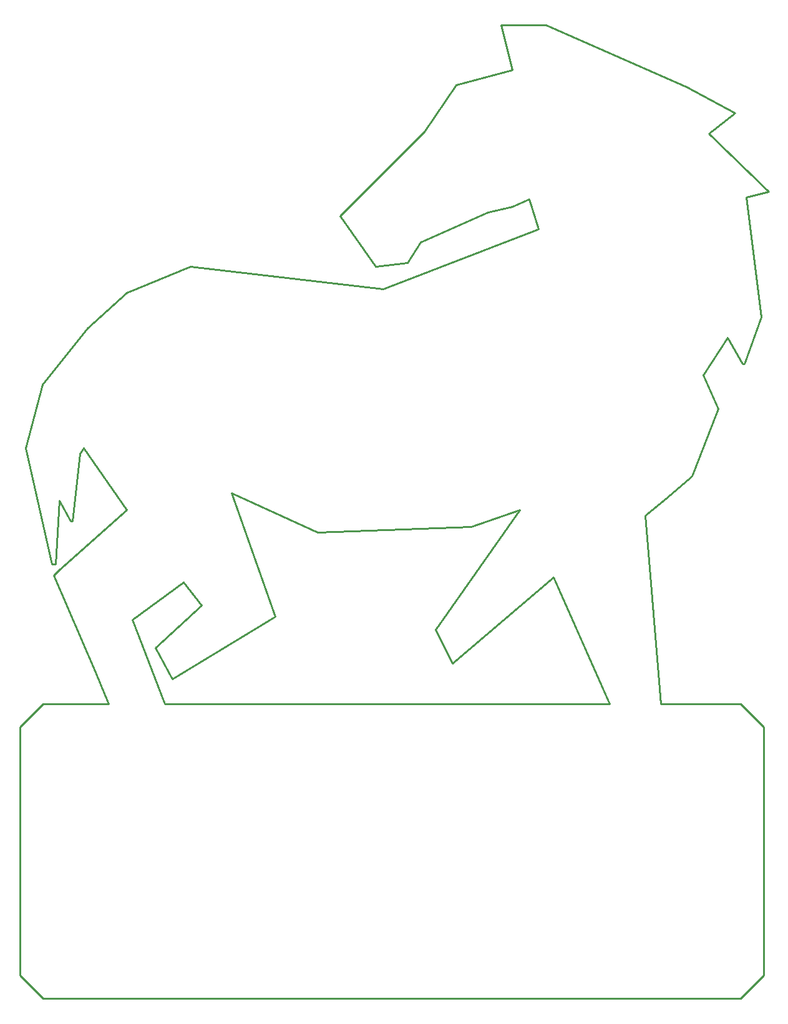
<source format=gko>
G04 Layer: BoardOutline*
G04 EasyEDA v6.4.17, 2021-02-25T15:28:36--5:00*
G04 aa3373424ab044808dd5acc0b6461e4b,072da06717534aa28f27f5ff42559d36,10*
G04 Gerber Generator version 0.2*
G04 Scale: 100 percent, Rotated: No, Reflected: No *
G04 Dimensions in inches *
G04 leading zeros omitted , absolute positions ,3 integer and 6 decimal *
%FSLAX36Y36*%
%MOIN*%

%ADD10C,0.0100*%
D10*
X3680000Y4620000D02*
G01*
X3820000Y4730000D01*
X3820000Y4730000D01*
X3560000Y4870000D01*
X3560000Y4870000D01*
X2810000Y5200000D01*
X2810000Y5200000D01*
X2590000Y5200000D01*
X2570000Y5200000D01*
X2630000Y4960000D01*
X2630000Y4960000D01*
X2330000Y4880000D01*
X2160000Y4630000D01*
X1710000Y4180000D01*
X1710000Y4180000D01*
X1710000Y4180000D01*
X1900000Y3910000D01*
X2070000Y3930000D01*
X2140000Y4040000D01*
X2500000Y4200000D01*
X2630000Y4230000D01*
X2720000Y4270000D01*
X2770000Y4110000D01*
X1940000Y3790000D01*
X1940000Y3790000D01*
X1940000Y3790000D01*
X910000Y3910000D01*
X570000Y3770000D01*
X570000Y3770000D01*
X570000Y3770000D01*
X570000Y3770000D01*
X360000Y3580000D01*
X120000Y3280000D01*
X30000Y2940000D01*
X170000Y2320000D01*
X190000Y2320000D01*
X210000Y2660000D01*
X270000Y2550000D01*
X280000Y2550000D01*
X320000Y2910000D01*
X320000Y2910000D01*
X340000Y2940000D01*
X340000Y2940000D01*
X570000Y2610000D01*
X210000Y2290000D01*
X180000Y2260000D01*
X400000Y1750000D01*
X475000Y1575000D01*
X125000Y1575000D01*
X0Y1450000D01*
X0Y125000D01*
X125000Y0D01*
X3725000Y0D01*
X3850000Y0D01*
X3960000Y3640000D02*
G01*
X3880000Y4280000D01*
X3880000Y4280000D01*
X4000000Y4310000D01*
X3680000Y4620000D01*
X3450000Y2670000D02*
G01*
X3590000Y2790000D01*
X3730000Y3150000D01*
X3650000Y3330000D01*
X3780000Y3530000D01*
X3780000Y3530000D01*
X3860000Y3390000D01*
X3870000Y3390000D01*
X3960000Y3640000D01*
X3960000Y3640000D01*
X3750000Y1575000D02*
G01*
X3425000Y1575000D01*
X3425000Y1575000D01*
X3340000Y2580000D01*
X3450000Y2670000D01*
X2310000Y1791250D02*
G01*
X2850000Y2250000D01*
X3150000Y1575000D01*
X775000Y1575000D01*
X2220000Y1970000D02*
G01*
X2310000Y1791250D01*
X775000Y1575000D02*
G01*
X600000Y2025000D01*
X875000Y2225000D01*
X972399Y2102600D01*
X725000Y1875000D01*
X813900Y1707899D01*
X1365100Y2040100D01*
X1130000Y2700000D01*
X1590000Y2490000D01*
X2410000Y2520000D01*
X2670000Y2610000D01*
X2220000Y1970000D01*
X3850000Y0D02*
G01*
X3975000Y125000D01*
X3975000Y1450000D01*
X3975000Y1450000D02*
G01*
X3850000Y1575000D01*
X3750000Y1575000D01*

%LPD*%
M02*

</source>
